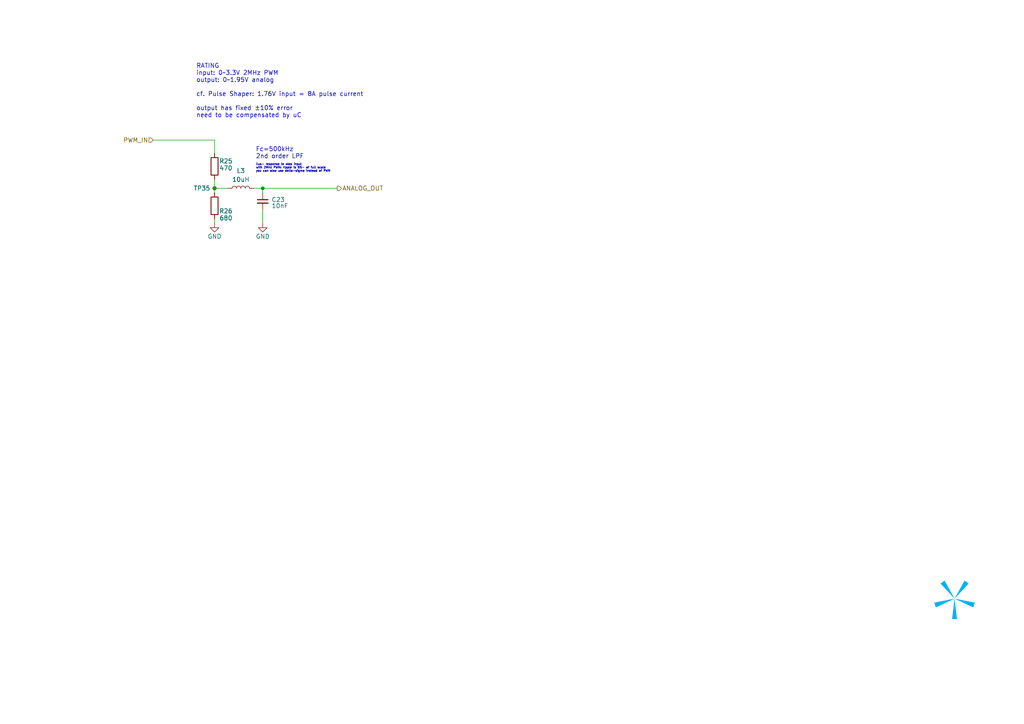
<source format=kicad_sch>
(kicad_sch (version 20231120) (generator "eeschema") (generator_version "8.0")
  (paper "A4")
  (title_block (title "CTRL-MINI-ED") (date "2024-12-11") (rev "1") (company "Spark Project") (comment 1 "Author: 夕月霞 (xyx)") (comment 2 "Electric Discharge Machining board for CTRL-MINI"))
  (lib_symbols
    (symbol "Connector:TestPoint_Small" (pin_numbers hide) (pin_names (offset 0.762) hide)
      (property "Reference" "TP" (at 0 3.81 0))
      (property "Value" "TestPoint_Small" (at 0 2.032 0))
      (symbol "TestPoint_Small_0_1"
        (circle (center 0 0) (radius 0.508))
      )
      (symbol "TestPoint_Small_1_1"
        (pin passive line (at 0 0 90) (length 0) (name "1") (number "1"))
      )
    )
    (symbol "Device:C_Small" (pin_numbers hide) (pin_names (offset 0.254) hide)
      (property "Reference" "C" (at 0.254 1.778 0))
      (property "Value" "C_Small" (at 0.254 -2.032 0))
      (symbol "C_Small_0_1"
        (polyline (pts (xy -1.524 -0.508) (xy 1.524 -0.508)) (stroke (width 0.3302)))
        (polyline (pts (xy -1.524 0.508) (xy 1.524 0.508)) (stroke (width 0.3048)))
      )
      (symbol "C_Small_1_1"
        (pin passive line (at 0 2.54 270) (length 2.032) (name "~") (number "1"))
        (pin passive line (at 0 -2.54 90) (length 2.032) (name "~") (number "2"))
      )
    )
    (symbol "Device:L" (pin_numbers hide) (pin_names (offset 1.016) hide)
      (property "Reference" "L" (at -1.27 0 90))
      (property "Value" "L" (at 1.905 0 90))
      (symbol "L_0_1"
        (arc (start 0 -2.54) (mid 0.6323 -1.905) (end 0 -1.27))
        (arc (start 0 -1.27) (mid 0.6323 -0.635) (end 0 0))
        (arc (start 0 0) (mid 0.6323 0.635) (end 0 1.27))
        (arc (start 0 1.27) (mid 0.6323 1.905) (end 0 2.54))
      )
      (symbol "L_1_1"
        (pin passive line (at 0 3.81 270) (length 1.27) (name "1") (number "1"))
        (pin passive line (at 0 -3.81 90) (length 1.27) (name "2") (number "2"))
      )
    )
    (symbol "Device:R" (pin_numbers hide) (pin_names (offset 0))
      (property "Reference" "R" (at 2.032 0 90))
      (property "Value" "R" (at 0 0 90))
      (symbol "R_0_1"
        (rectangle (start -1.016 -2.54) (end 1.016 2.54) (stroke (width 0.254)))
      )
      (symbol "R_1_1"
        (pin passive line (at 0 3.81 270) (length 1.27) (name "~") (number "1"))
        (pin passive line (at 0 -3.81 90) (length 1.27) (name "~") (number "2"))
      )
    )
    (symbol "power:GND" (power) (pin_numbers hide) (pin_names (offset 0) hide)
      (property "Value" "GND" (at 0 -3.81 0))
      (symbol "GND_0_1"
        (polyline (pts (xy 0 0) (xy 0 -1.27) (xy 1.27 -1.27) (xy 0 -2.54) (xy -1.27 -1.27) (xy 0 -1.27)))
      )
      (symbol "GND_1_1"
        (pin power_in line (at 0 0 270) (length 0) (name "~") (number "1"))
      )
    )
  )
  (junction (at 62.23 54.61))
  (junction (at 76.2 54.61))
  (wire (pts (xy 76.2 60.96) (xy 76.2 64.77)))
  (wire (pts (xy 76.2 55.88) (xy 76.2 54.61)))
  (wire (pts (xy 62.23 52.07) (xy 62.23 54.61)))
  (wire (pts (xy 76.2 54.61) (xy 97.79 54.61)))
  (wire (pts (xy 62.23 54.61) (xy 62.23 55.88)))
  (wire (pts (xy 73.66 54.61) (xy 76.2 54.61)))
  (wire (pts (xy 62.23 63.5) (xy 62.23 64.77)))
  (wire (pts (xy 62.23 44.45) (xy 62.23 40.64)))
  (wire (pts (xy 62.23 40.64) (xy 44.45 40.64)))
  (wire (pts (xy 62.23 54.61) (xy 66.04 54.61)))
  (image (at 276.86 173.99) (scale 1.13867))
  (text "RATING\ninput: 0~3.3V 2MHz PWM\noutput: 0~1.95V analog\n\ncf. Pulse Shaper: 1.76V input = 8A pulse current\n\noutput has fixed ±10% error\nneed to be compensated by uC" (at 56.896 26.416 0) (effects (font (size 1.27 1.27)) (justify left)))
  (text "Fc=500kHz\n2nd order LPF" (at 74.168 44.45 0) (effects (font (size 1.27 1.27)) (justify left)))
  (text "1us- response to step input\nwith 2MHz PWM: ripple is 5%- of full scale\nyou can also use delta-sigma instead of PWM" (at 74.168 48.768 0) (effects (font (size 0.6 0.6)) (justify left)))
  (hierarchical_label "ANALOG_OUT" (shape output) (at 97.79 54.61 0))
  (hierarchical_label "PWM_IN" (shape input) (at 44.45 40.64 180))
  (symbol (lib_id "Device:R") (at 62.23 48.26 0) (unit 1)
    (property "Reference" "R25" (at 65.532 46.736 0))
    (property "Value" "470" (at 65.532 48.768 0))
    (property "Footprint" "Resistor_SMD:R_0603_1608Metric" (effects (hide yes)))
    (property "Description" "Resistor" (effects (hide yes)))
    (property "LCSC" "C23179" (effects (hide yes)))
  )
  (symbol (lib_id "Device:C_Small") (at 76.2 58.42 0) (unit 1)
    (property "Reference" "C23" (at 78.74 57.912 0) (effects (justify left)))
    (property "Value" "10nF" (at 78.74 59.6962 0) (effects (justify left)))
    (property "Footprint" "Capacitor_SMD:C_0603_1608Metric" (effects (hide yes)))
    (property "Description" "Unpolarized capacitor, small symbol" (effects (hide yes)))
    (property "LCSC" "C57112" (effects (hide yes)))
  )
  (symbol (lib_id "Device:R") (at 62.23 59.69 0) (unit 1)
    (property "Reference" "R26" (at 65.532 61.214 0))
    (property "Value" "680" (at 65.532 63.246 0))
    (property "Footprint" "Resistor_SMD:R_0603_1608Metric" (effects (hide yes)))
    (property "Description" "Resistor" (effects (hide yes)))
    (property "LCSC" "C23228" (effects (hide yes)))
  )
  (symbol (lib_id "Device:L") (at 69.85 54.61 90) (unit 1)
    (property "Reference" "L3" (at 69.85 49.53 90))
    (property "Value" "10uH" (at 69.85 52.07 90))
    (property "Footprint" "Inductor_SMD:L_0603_1608Metric" (effects (hide yes)))
    (property "Description" "Inductor" (effects (hide yes)))
    (property "LCSC" "C86083" (effects (hide yes)))
  )
  (symbol (lib_id "power:GND") (at 62.23 64.77 0) (unit 1) (exclude_from_sim yes)
    (property "Reference" "#PWR033" (effects (hide yes)))
    (property "Value" "GND" (at 62.23 68.58 0))
    (property "Description" "Power symbol creates a global label with name \"GND\" , ground" (effects (hide yes)))
  )
  (symbol (lib_id "Connector:TestPoint_Small") (at 62.23 54.61 0) (unit 1)
    (property "Reference" "TP35" (at 56.134 54.61 0) (effects (justify left)))
    (property "Value" "TestPoint" (effects (hide yes)))
    (property "Footprint" "TestPoint:TestPoint_Pad_D1.5mm" (effects (hide yes)))
    (property "Description" "test point" (effects (hide yes)))
  )
  (symbol (lib_id "power:GND") (at 76.2 64.77 0) (unit 1) (exclude_from_sim yes)
    (property "Reference" "#PWR034" (effects (hide yes)))
    (property "Value" "GND" (at 76.2 68.58 0))
    (property "Description" "Power symbol creates a global label with name \"GND\" , ground" (effects (hide yes)))
  )
)
</source>
